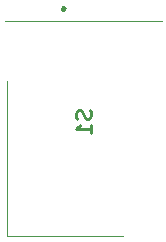
<source format=gbo>
%TF.GenerationSoftware,KiCad,Pcbnew,(6.0.0)*%
%TF.CreationDate,2022-03-27T15:49:17-04:00*%
%TF.ProjectId,TM_Warthog_Open_Analog_Slew,544d5f57-6172-4746-986f-675f4f70656e,rev?*%
%TF.SameCoordinates,Original*%
%TF.FileFunction,Legend,Bot*%
%TF.FilePolarity,Positive*%
%FSLAX46Y46*%
G04 Gerber Fmt 4.6, Leading zero omitted, Abs format (unit mm)*
G04 Created by KiCad (PCBNEW (6.0.0)) date 2022-03-27 15:49:17*
%MOMM*%
%LPD*%
G01*
G04 APERTURE LIST*
%ADD10C,0.254000*%
%ADD11C,0.100000*%
%ADD12C,0.300000*%
G04 APERTURE END LIST*
D10*
%TO.C,S1*%
X147069170Y-103887321D02*
X147129646Y-104068750D01*
X147129646Y-104371131D01*
X147069170Y-104492083D01*
X147008694Y-104552560D01*
X146887742Y-104613036D01*
X146766789Y-104613036D01*
X146645837Y-104552560D01*
X146585361Y-104492083D01*
X146524884Y-104371131D01*
X146464408Y-104129226D01*
X146403932Y-104008274D01*
X146343456Y-103947798D01*
X146222503Y-103887321D01*
X146101551Y-103887321D01*
X145980599Y-103947798D01*
X145920123Y-104008274D01*
X145859646Y-104129226D01*
X145859646Y-104431607D01*
X145920123Y-104613036D01*
X147129646Y-105822560D02*
X147129646Y-105096845D01*
X147129646Y-105459702D02*
X145859646Y-105459702D01*
X146041075Y-105338750D01*
X146162027Y-105217798D01*
X146222503Y-105096845D01*
D11*
X153130123Y-96304941D02*
X139815123Y-96304941D01*
D12*
X144815123Y-95204941D02*
X144815123Y-95204941D01*
D11*
X139980123Y-114503941D02*
X139980123Y-101403941D01*
X149815123Y-114503941D02*
X139980123Y-114503941D01*
D12*
X144815123Y-95403941D02*
X144815123Y-95403941D01*
X144815123Y-95403941D02*
G75*
G03*
X144815123Y-95204941I0J99500D01*
G01*
X144815123Y-95204941D02*
G75*
G03*
X144815123Y-95403941I0J-99500D01*
G01*
%TD*%
M02*

</source>
